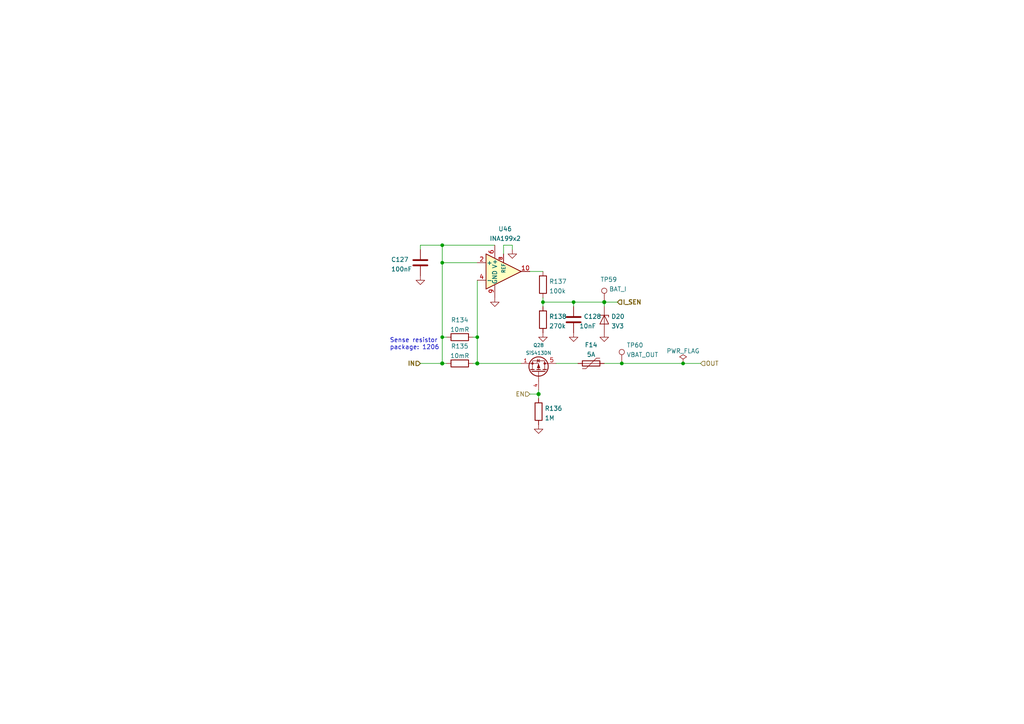
<source format=kicad_sch>
(kicad_sch (version 20210621) (generator eeschema)
  (paper "A4")
  (title_block (title "BUTCube - EPS") (date "2021-06-01") (rev "v1.0") (company "VUT - FIT(STRaDe) & FME(IAE & IPE)") (comment 1 "Author: Petr Malaník"))
  (lib_symbols
    (symbol "Connector:TestPoint" (pin_numbers hide) (pin_names (offset 0.762) hide)
      (property "Reference" "TP" (at 0 6.858 0))
      (property "Value" "TestPoint" (at 0 5.08 0))
      (symbol "TestPoint_0_1"
        (circle (center 0 3.302) (radius 0.762))
      )
      (symbol "TestPoint_1_1"
        (pin passive line (at 0 0 90) (length 2.54) (name "1") (number "1"))
      )
    )
    (symbol "Device:C" (pin_numbers hide) (pin_names (offset 0.254))
      (property "Reference" "C" (at 0.635 2.54 0))
      (property "Value" "C" (at 0.635 -2.54 0))
      (symbol "C_0_1"
        (polyline (pts (xy -2.032 -0.762) (xy 2.032 -0.762)) (stroke (width 0.508)))
        (polyline (pts (xy -2.032 0.762) (xy 2.032 0.762)) (stroke (width 0.508)))
      )
      (symbol "C_1_1"
        (pin passive line (at 0 3.81 270) (length 2.794) (name "~") (number "1"))
        (pin passive line (at 0 -3.81 90) (length 2.794) (name "~") (number "2"))
      )
    )
    (symbol "Device:D_Zener" (pin_numbers hide) (pin_names (offset 1.016) hide)
      (property "Reference" "D" (at 0 2.54 0))
      (property "Value" "D_Zener" (at 0 -2.54 0))
      (symbol "D_Zener_0_1"
        (polyline (pts (xy 1.27 0) (xy -1.27 0)))
        (polyline (pts (xy -1.27 -1.27) (xy -1.27 1.27) (xy -0.762 1.27)) (stroke (width 0.2032)))
        (polyline (pts (xy 1.27 -1.27) (xy 1.27 1.27) (xy -1.27 0) (xy 1.27 -1.27)) (stroke (width 0.2032)))
      )
      (symbol "D_Zener_1_1"
        (pin passive line (at -3.81 0 0) (length 2.54) (name "K") (number "1"))
        (pin passive line (at 3.81 0 180) (length 2.54) (name "A") (number "2"))
      )
    )
    (symbol "Device:Polyfuse" (pin_numbers hide) (pin_names (offset 0))
      (property "Reference" "F" (at -2.54 0 90))
      (property "Value" "Polyfuse" (at 2.54 0 90))
      (symbol "Polyfuse_0_1"
        (rectangle (start -0.762 2.54) (end 0.762 -2.54) (stroke (width 0.254)))
        (polyline (pts (xy 0 2.54) (xy 0 -2.54)))
        (polyline (pts (xy -1.524 2.54) (xy -1.524 1.524) (xy 1.524 -1.524) (xy 1.524 -2.54)))
      )
      (symbol "Polyfuse_1_1"
        (pin passive line (at 0 3.81 270) (length 1.27) (name "~") (number "1"))
        (pin passive line (at 0 -3.81 90) (length 1.27) (name "~") (number "2"))
      )
    )
    (symbol "Device:R" (pin_numbers hide) (pin_names (offset 0))
      (property "Reference" "R" (at 2.032 0 90))
      (property "Value" "R" (at 0 0 90))
      (symbol "R_0_1"
        (rectangle (start -1.016 -2.54) (end 1.016 2.54) (stroke (width 0.254)))
      )
      (symbol "R_1_1"
        (pin passive line (at 0 3.81 270) (length 1.27) (name "~") (number "1"))
        (pin passive line (at 0 -3.81 90) (length 1.27) (name "~") (number "2"))
      )
    )
    (symbol "TCY_power_management:INA199" (pin_names (offset 0.127))
      (property "Reference" "U" (at 3.81 3.81 0))
      (property "Value" "INA199" (at 3.81 -3.81 0))
      (symbol "INA199_0_1"
        (polyline (pts (xy 5.08 0) (xy -5.08 5.08) (xy -5.08 -5.08) (xy 5.08 0)) (stroke (width 0.254)) (fill (type background)))
      )
      (symbol "INA199_1_1"
        (pin output line (at 7.62 0 180) (length 2.54) (name "~") (number "10"))
        (pin input line (at -7.62 2.54 0) (length 2.54) (name "+") (number "2"))
        (pin input line (at -7.62 2.54 0) (length 2.54) hide (name "+") (number "3"))
        (pin input line (at -7.62 -2.54 0) (length 2.54) (name "-") (number "4"))
        (pin input line (at -7.62 -2.54 0) (length 2.54) hide (name "-") (number "5"))
        (pin power_in line (at -2.54 7.62 270) (length 3.81) (name "V+") (number "6"))
        (pin input line (at 0 5.08 270) (length 2.54) (name "REF") (number "8"))
        (pin power_in line (at -2.54 -7.62 90) (length 3.81) (name "GND") (number "9"))
      )
    )
    (symbol "TCY_transistors:SiS413DN" (pin_names hide)
      (property "Reference" "Q" (at 8.89 2.54 0))
      (property "Value" "SiS413DN" (at 8.89 0 0))
      (symbol "SiS413DN_0_1"
        (circle (center -0.889 0) (radius 2.794) (stroke (width 0.254)))
        (circle (center 0 -1.778) (radius 0.254) (fill (type outline)))
        (circle (center 0 1.778) (radius 0.254) (fill (type outline)))
        (polyline (pts (xy -2.286 0) (xy -5.08 0)))
        (polyline (pts (xy -2.286 1.905) (xy -2.286 -1.905)) (stroke (width 0.254)))
        (polyline (pts (xy -1.778 -1.27) (xy -1.778 -2.286)) (stroke (width 0.254)))
        (polyline (pts (xy -1.778 0.508) (xy -1.778 -0.508)) (stroke (width 0.254)))
        (polyline (pts (xy -1.778 2.286) (xy -1.778 1.27)) (stroke (width 0.254)))
        (polyline (pts (xy 0 2.54) (xy 0 1.778)))
        (polyline (pts (xy 0 -2.54) (xy 0 0) (xy -1.778 0)))
        (polyline (pts (xy -1.778 1.778) (xy 0.762 1.778) (xy 0.762 -1.778) (xy -1.778 -1.778)))
        (polyline (pts (xy 0.254 -0.508) (xy 0.381 -0.381) (xy 1.143 -0.381) (xy 1.27 -0.254)))
        (polyline (pts (xy 0.762 -0.381) (xy 0.381 0.254) (xy 1.143 0.254) (xy 0.762 -0.381)))
        (polyline (pts (xy -0.254 0) (xy -1.27 0.381) (xy -1.27 -0.381) (xy -0.254 0)) (fill (type outline)))
      )
      (symbol "SiS413DN_1_1"
        (pin passive line (at 0 -5.08 90) (length 2.54) (name "S") (number "1"))
        (pin passive line (at 0 -5.08 90) (length 2.54) hide (name "S") (number "2"))
        (pin passive line (at 0 -5.08 90) (length 2.54) hide (name "S") (number "3"))
        (pin passive line (at -7.62 0 0) (length 2.54) (name "G") (number "4"))
        (pin passive line (at 0 5.08 270) (length 2.54) (name "D") (number "5"))
      )
    )
    (symbol "power:GND" (power) (pin_names (offset 0))
      (property "Value" "GND" (at 0 -3.81 0))
      (symbol "GND_0_1"
        (polyline (pts (xy 0 0) (xy 0 -1.27) (xy 1.27 -1.27) (xy 0 -2.54) (xy -1.27 -1.27) (xy 0 -1.27)))
      )
      (symbol "GND_1_1"
        (pin power_in line (at 0 0 270) (length 0) hide (name "GND") (number "1"))
      )
    )
    (symbol "power:PWR_FLAG" (power) (pin_numbers hide) (pin_names (offset 0) hide)
      (property "Value" "PWR_FLAG" (at 0 3.81 0))
      (symbol "PWR_FLAG_0_0"
        (pin power_out line (at 0 0 90) (length 0) (name "pwr") (number "1"))
      )
      (symbol "PWR_FLAG_0_1"
        (polyline (pts (xy 0 0) (xy 0 1.27) (xy -1.016 1.905) (xy 0 2.54) (xy 1.016 1.905) (xy 0 1.27)))
      )
    )
  )
  (junction (at 128.27 71.12) (diameter 0.9144))
  (junction (at 128.27 76.2) (diameter 0.9144))
  (junction (at 128.27 97.79) (diameter 0.9144))
  (junction (at 128.27 105.41) (diameter 1.016))
  (junction (at 138.43 97.79) (diameter 0.9144))
  (junction (at 138.43 105.41) (diameter 1.016))
  (junction (at 156.21 114.3) (diameter 1.016))
  (junction (at 157.48 87.63) (diameter 0.9144))
  (junction (at 166.37 87.63) (diameter 0.9144))
  (junction (at 175.26 87.63) (diameter 1.016))
  (junction (at 180.34 105.41) (diameter 0.9144))
  (junction (at 198.12 105.41) (diameter 0.9144))
  (wire (pts (xy 121.92 71.12) (xy 121.92 72.39)))
  (wire (pts (xy 121.92 71.12) (xy 128.27 71.12)))
  (wire (pts (xy 121.92 105.41) (xy 128.27 105.41)))
  (wire (pts (xy 128.27 71.12) (xy 128.27 76.2)))
  (wire (pts (xy 128.27 71.12) (xy 143.51 71.12)))
  (wire (pts (xy 128.27 76.2) (xy 128.27 97.79)))
  (wire (pts (xy 128.27 76.2) (xy 138.43 76.2)))
  (wire (pts (xy 128.27 97.79) (xy 128.27 105.41)))
  (wire (pts (xy 128.27 97.79) (xy 129.54 97.79)))
  (wire (pts (xy 128.27 105.41) (xy 129.54 105.41)))
  (wire (pts (xy 137.16 97.79) (xy 138.43 97.79)))
  (wire (pts (xy 137.16 105.41) (xy 138.43 105.41)))
  (wire (pts (xy 138.43 81.28) (xy 138.43 97.79)))
  (wire (pts (xy 138.43 97.79) (xy 138.43 105.41)))
  (wire (pts (xy 138.43 105.41) (xy 151.13 105.41)))
  (wire (pts (xy 146.05 71.12) (xy 146.05 73.66)))
  (wire (pts (xy 148.59 71.12) (xy 146.05 71.12)))
  (wire (pts (xy 148.59 72.39) (xy 148.59 71.12)))
  (wire (pts (xy 153.67 78.74) (xy 157.48 78.74)))
  (wire (pts (xy 153.67 114.3) (xy 156.21 114.3)))
  (wire (pts (xy 156.21 114.3) (xy 156.21 113.03)))
  (wire (pts (xy 156.21 114.3) (xy 156.21 115.57)))
  (wire (pts (xy 157.48 86.36) (xy 157.48 87.63)))
  (wire (pts (xy 157.48 87.63) (xy 157.48 88.9)))
  (wire (pts (xy 157.48 87.63) (xy 166.37 87.63)))
  (wire (pts (xy 161.29 105.41) (xy 167.64 105.41)))
  (wire (pts (xy 166.37 87.63) (xy 166.37 88.9)))
  (wire (pts (xy 166.37 87.63) (xy 175.26 87.63)))
  (wire (pts (xy 175.26 87.63) (xy 179.07 87.63)))
  (wire (pts (xy 175.26 88.9) (xy 175.26 87.63)))
  (wire (pts (xy 175.26 105.41) (xy 180.34 105.41)))
  (wire (pts (xy 180.34 105.41) (xy 198.12 105.41)))
  (wire (pts (xy 198.12 105.41) (xy 203.2 105.41)))
  (text "Sense resistor \npackage: 1206" (at 113.03 101.6 0) (effects (font (size 1.27 1.27)) (justify left bottom)))
  (hierarchical_label "IN" (shape input) (at 121.92 105.41 180) (effects (font (thickness 0.254))))
  (hierarchical_label "EN" (shape input) (at 153.67 114.3 180))
  (hierarchical_label "I_SEN" (shape input) (at 179.07 87.63 0) (effects (font (thickness 0.254))))
  (hierarchical_label "OUT" (shape input) (at 203.2 105.41 0))
  (symbol (lib_id "power:PWR_FLAG") (at 198.12 105.41 0)
    (property "Reference" "#FLG032" (effects hide))
    (property "Value" "PWR_FLAG" (at 198.12 101.8054 0))
  )
  (symbol (lib_id "Connector:TestPoint") (at 175.26 87.63 0)
    (property "Reference" "TP59" (at 174.1171 81.07 0) (effects (justify left)))
    (property "Value" "BAT_I" (at 176.6571 83.8451 0) (effects (justify left)))
    (property "Footprint" "TCY_connectors:TestPoint_Pad_D0.5mm" (effects hide))
  )
  (symbol (lib_id "Connector:TestPoint") (at 180.34 105.41 0)
    (property "Reference" "TP60" (at 181.7371 100.12 0) (effects (justify left)))
    (property "Value" "VBAT_OUT" (at 181.7371 102.8951 0) (effects (justify left)))
    (property "Footprint" "TCY_connectors:TestPoint_Pad_D0.5mm" (effects hide))
  )
  (symbol (lib_id "power:GND") (at 121.92 80.01 0)
    (property "Reference" "#PWR0274" (effects hide))
    (property "Value" "GND" (effects hide))
  )
  (symbol (lib_id "power:GND") (at 143.51 86.36 0)
    (property "Reference" "#PWR0275" (effects hide))
    (property "Value" "GND" (effects hide))
  )
  (symbol (lib_id "power:GND") (at 148.59 72.39 0)
    (property "Reference" "#PWR0276" (effects hide))
    (property "Value" "GND" (effects hide))
  )
  (symbol (lib_id "power:GND") (at 156.21 123.19 0)
    (property "Reference" "#PWR0277" (effects hide))
    (property "Value" "GND" (effects hide))
  )
  (symbol (lib_id "power:GND") (at 157.48 96.52 0)
    (property "Reference" "#PWR0278" (effects hide))
    (property "Value" "GND" (effects hide))
  )
  (symbol (lib_id "power:GND") (at 166.37 96.52 0)
    (property "Reference" "#PWR0279" (effects hide))
    (property "Value" "GND" (effects hide))
  )
  (symbol (lib_id "power:GND") (at 175.26 96.52 0)
    (property "Reference" "#PWR0280" (effects hide))
    (property "Value" "GND" (effects hide))
  )
  (symbol (lib_id "Device:R") (at 133.35 97.79 90)
    (property "Reference" "R134" (at 133.35 92.8074 90))
    (property "Value" "10mR" (at 133.35 95.5825 90))
    (property "Footprint" "Resistor_SMD:R_2010_5025Metric" (effects hide))
  )
  (symbol (lib_id "Device:R") (at 133.35 105.41 90)
    (property "Reference" "R135" (at 133.35 100.4274 90))
    (property "Value" "10mR" (at 133.35 103.2025 90))
    (property "Footprint" "Resistor_SMD:R_2010_5025Metric" (effects hide))
  )
  (symbol (lib_id "Device:R") (at 156.21 119.38 0)
    (property "Reference" "R136" (at 157.9881 118.4715 0) (effects (justify left)))
    (property "Value" "1M" (at 157.9881 121.2466 0) (effects (justify left)))
    (property "Footprint" "Resistor_SMD:R_0603_1608Metric" (effects hide))
  )
  (symbol (lib_id "Device:R") (at 157.48 82.55 180)
    (property "Reference" "R137" (at 159.2581 81.6415 0) (effects (justify right)))
    (property "Value" "100k" (at 159.2581 84.4166 0) (effects (justify right)))
    (property "Footprint" "Resistor_SMD:R_0603_1608Metric" (effects hide))
  )
  (symbol (lib_id "Device:R") (at 157.48 92.71 180)
    (property "Reference" "R138" (at 159.2581 91.8015 0) (effects (justify right)))
    (property "Value" "270k" (at 159.2581 94.5766 0) (effects (justify right)))
    (property "Footprint" "Resistor_SMD:R_0603_1608Metric" (effects hide))
  )
  (symbol (lib_id "Device:D_Zener") (at 175.26 92.71 270)
    (property "Reference" "D20" (at 177.2667 91.8015 90) (effects (justify left)))
    (property "Value" "3V3" (at 177.2667 94.5766 90) (effects (justify left)))
    (property "Footprint" "Diode_SMD:D_SOD-323F" (effects hide))
  )
  (symbol (lib_id "Device:Polyfuse") (at 171.45 105.41 90)
    (property "Reference" "F14" (at 171.45 100.0464 90))
    (property "Value" "5A" (at 171.45 102.8215 90))
    (property "Footprint" "Fuse:Fuse_1210_3225Metric" (effects hide))
  )
  (symbol (lib_id "Device:C") (at 121.92 76.2 0)
    (property "Reference" "C127" (at 113.4111 75.2915 0) (effects (justify left)))
    (property "Value" "100nF" (at 113.4111 78.0666 0) (effects (justify left)))
    (property "Footprint" "Capacitor_SMD:C_0603_1608Metric" (effects hide))
  )
  (symbol (lib_id "Device:C") (at 166.37 92.71 0)
    (property "Reference" "C128" (at 169.2911 91.8015 0) (effects (justify left)))
    (property "Value" "10nF" (at 168.0211 94.5766 0) (effects (justify left)))
    (property "Footprint" "Capacitor_SMD:C_0603_1608Metric" (effects hide))
  )
  (symbol (lib_id "TCY_transistors:SiS413DN") (at 156.21 105.41 270) (mirror x)
    (property "Reference" "Q28" (at 156.21 100.1388 90) (effects (font (size 1 1))))
    (property "Value" "SiS413DN" (at 156.21 102.3778 90) (effects (font (size 1 1))))
    (property "Footprint" "Package_SO:Vishay_PowerPAK_1212-8_Single" (effects hide))
    (property "Datasheet" "https://www.vishay.com/docs/63262/sis413dn.pdf" (effects hide))
  )
  (symbol (lib_id "TCY_power_management:INA199") (at 146.05 78.74 0)
    (property "Reference" "U46" (at 144.5261 66.4015 0) (effects (justify left)))
    (property "Value" "INA199x2" (at 141.9861 69.1766 0) (effects (justify left)))
    (property "Footprint" "Package_DFN_QFN:UQFN-10_1.4x1.8mm_P0.4mm" (effects hide))
    (property "Datasheet" "https://www.ti.com/lit/ds/symlink/ina199.pdf" (effects hide))
  )
)
</source>
